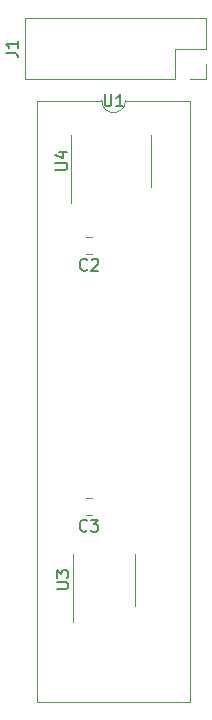
<source format=gbr>
%TF.GenerationSoftware,KiCad,Pcbnew,7.0.7*%
%TF.CreationDate,2025-07-21T04:58:23-04:00*%
%TF.ProjectId,Visual80-3,56697375-616c-4383-902d-332e6b696361,rev?*%
%TF.SameCoordinates,Original*%
%TF.FileFunction,Legend,Top*%
%TF.FilePolarity,Positive*%
%FSLAX46Y46*%
G04 Gerber Fmt 4.6, Leading zero omitted, Abs format (unit mm)*
G04 Created by KiCad (PCBNEW 7.0.7) date 2025-07-21 04:58:23*
%MOMM*%
%LPD*%
G01*
G04 APERTURE LIST*
%ADD10C,0.150000*%
%ADD11C,0.120000*%
G04 APERTURE END LIST*
D10*
X141565333Y-66809580D02*
X141517714Y-66857200D01*
X141517714Y-66857200D02*
X141374857Y-66904819D01*
X141374857Y-66904819D02*
X141279619Y-66904819D01*
X141279619Y-66904819D02*
X141136762Y-66857200D01*
X141136762Y-66857200D02*
X141041524Y-66761961D01*
X141041524Y-66761961D02*
X140993905Y-66666723D01*
X140993905Y-66666723D02*
X140946286Y-66476247D01*
X140946286Y-66476247D02*
X140946286Y-66333390D01*
X140946286Y-66333390D02*
X140993905Y-66142914D01*
X140993905Y-66142914D02*
X141041524Y-66047676D01*
X141041524Y-66047676D02*
X141136762Y-65952438D01*
X141136762Y-65952438D02*
X141279619Y-65904819D01*
X141279619Y-65904819D02*
X141374857Y-65904819D01*
X141374857Y-65904819D02*
X141517714Y-65952438D01*
X141517714Y-65952438D02*
X141565333Y-66000057D01*
X141898667Y-65904819D02*
X142517714Y-65904819D01*
X142517714Y-65904819D02*
X142184381Y-66285771D01*
X142184381Y-66285771D02*
X142327238Y-66285771D01*
X142327238Y-66285771D02*
X142422476Y-66333390D01*
X142422476Y-66333390D02*
X142470095Y-66381009D01*
X142470095Y-66381009D02*
X142517714Y-66476247D01*
X142517714Y-66476247D02*
X142517714Y-66714342D01*
X142517714Y-66714342D02*
X142470095Y-66809580D01*
X142470095Y-66809580D02*
X142422476Y-66857200D01*
X142422476Y-66857200D02*
X142327238Y-66904819D01*
X142327238Y-66904819D02*
X142041524Y-66904819D01*
X142041524Y-66904819D02*
X141946286Y-66857200D01*
X141946286Y-66857200D02*
X141898667Y-66809580D01*
X138892319Y-36261904D02*
X139701842Y-36261904D01*
X139701842Y-36261904D02*
X139797080Y-36214285D01*
X139797080Y-36214285D02*
X139844700Y-36166666D01*
X139844700Y-36166666D02*
X139892319Y-36071428D01*
X139892319Y-36071428D02*
X139892319Y-35880952D01*
X139892319Y-35880952D02*
X139844700Y-35785714D01*
X139844700Y-35785714D02*
X139797080Y-35738095D01*
X139797080Y-35738095D02*
X139701842Y-35690476D01*
X139701842Y-35690476D02*
X138892319Y-35690476D01*
X139225652Y-34785714D02*
X139892319Y-34785714D01*
X138844700Y-35023809D02*
X139558985Y-35261904D01*
X139558985Y-35261904D02*
X139558985Y-34642857D01*
X143060595Y-29879819D02*
X143060595Y-30689342D01*
X143060595Y-30689342D02*
X143108214Y-30784580D01*
X143108214Y-30784580D02*
X143155833Y-30832200D01*
X143155833Y-30832200D02*
X143251071Y-30879819D01*
X143251071Y-30879819D02*
X143441547Y-30879819D01*
X143441547Y-30879819D02*
X143536785Y-30832200D01*
X143536785Y-30832200D02*
X143584404Y-30784580D01*
X143584404Y-30784580D02*
X143632023Y-30689342D01*
X143632023Y-30689342D02*
X143632023Y-29879819D01*
X144632023Y-30879819D02*
X144060595Y-30879819D01*
X144346309Y-30879819D02*
X144346309Y-29879819D01*
X144346309Y-29879819D02*
X144251071Y-30022676D01*
X144251071Y-30022676D02*
X144155833Y-30117914D01*
X144155833Y-30117914D02*
X144060595Y-30165533D01*
X141586833Y-44711580D02*
X141539214Y-44759200D01*
X141539214Y-44759200D02*
X141396357Y-44806819D01*
X141396357Y-44806819D02*
X141301119Y-44806819D01*
X141301119Y-44806819D02*
X141158262Y-44759200D01*
X141158262Y-44759200D02*
X141063024Y-44663961D01*
X141063024Y-44663961D02*
X141015405Y-44568723D01*
X141015405Y-44568723D02*
X140967786Y-44378247D01*
X140967786Y-44378247D02*
X140967786Y-44235390D01*
X140967786Y-44235390D02*
X141015405Y-44044914D01*
X141015405Y-44044914D02*
X141063024Y-43949676D01*
X141063024Y-43949676D02*
X141158262Y-43854438D01*
X141158262Y-43854438D02*
X141301119Y-43806819D01*
X141301119Y-43806819D02*
X141396357Y-43806819D01*
X141396357Y-43806819D02*
X141539214Y-43854438D01*
X141539214Y-43854438D02*
X141586833Y-43902057D01*
X141967786Y-43902057D02*
X142015405Y-43854438D01*
X142015405Y-43854438D02*
X142110643Y-43806819D01*
X142110643Y-43806819D02*
X142348738Y-43806819D01*
X142348738Y-43806819D02*
X142443976Y-43854438D01*
X142443976Y-43854438D02*
X142491595Y-43902057D01*
X142491595Y-43902057D02*
X142539214Y-43997295D01*
X142539214Y-43997295D02*
X142539214Y-44092533D01*
X142539214Y-44092533D02*
X142491595Y-44235390D01*
X142491595Y-44235390D02*
X141920167Y-44806819D01*
X141920167Y-44806819D02*
X142539214Y-44806819D01*
X134709819Y-26368333D02*
X135424104Y-26368333D01*
X135424104Y-26368333D02*
X135566961Y-26415952D01*
X135566961Y-26415952D02*
X135662200Y-26511190D01*
X135662200Y-26511190D02*
X135709819Y-26654047D01*
X135709819Y-26654047D02*
X135709819Y-26749285D01*
X135709819Y-25368333D02*
X135709819Y-25939761D01*
X135709819Y-25654047D02*
X134709819Y-25654047D01*
X134709819Y-25654047D02*
X134852676Y-25749285D01*
X134852676Y-25749285D02*
X134947914Y-25844523D01*
X134947914Y-25844523D02*
X134995533Y-25939761D01*
X139004819Y-71761904D02*
X139814342Y-71761904D01*
X139814342Y-71761904D02*
X139909580Y-71714285D01*
X139909580Y-71714285D02*
X139957200Y-71666666D01*
X139957200Y-71666666D02*
X140004819Y-71571428D01*
X140004819Y-71571428D02*
X140004819Y-71380952D01*
X140004819Y-71380952D02*
X139957200Y-71285714D01*
X139957200Y-71285714D02*
X139909580Y-71238095D01*
X139909580Y-71238095D02*
X139814342Y-71190476D01*
X139814342Y-71190476D02*
X139004819Y-71190476D01*
X139004819Y-70809523D02*
X139004819Y-70190476D01*
X139004819Y-70190476D02*
X139385771Y-70523809D01*
X139385771Y-70523809D02*
X139385771Y-70380952D01*
X139385771Y-70380952D02*
X139433390Y-70285714D01*
X139433390Y-70285714D02*
X139481009Y-70238095D01*
X139481009Y-70238095D02*
X139576247Y-70190476D01*
X139576247Y-70190476D02*
X139814342Y-70190476D01*
X139814342Y-70190476D02*
X139909580Y-70238095D01*
X139909580Y-70238095D02*
X139957200Y-70285714D01*
X139957200Y-70285714D02*
X140004819Y-70380952D01*
X140004819Y-70380952D02*
X140004819Y-70666666D01*
X140004819Y-70666666D02*
X139957200Y-70761904D01*
X139957200Y-70761904D02*
X139909580Y-70809523D01*
D11*
%TO.C,C3*%
X141993252Y-65505000D02*
X141470748Y-65505000D01*
X141993252Y-64035000D02*
X141470748Y-64035000D01*
%TO.C,U4*%
X140252500Y-35500000D02*
X140252500Y-39100000D01*
X140252500Y-35500000D02*
X140252500Y-33300000D01*
X147022500Y-35500000D02*
X147022500Y-37700000D01*
X147022500Y-35500000D02*
X147022500Y-33300000D01*
%TO.C,U1*%
X137362500Y-30425000D02*
X137362500Y-81345000D01*
X137362500Y-81345000D02*
X150282500Y-81345000D01*
X142822500Y-30425000D02*
X137362500Y-30425000D01*
X150282500Y-30425000D02*
X144822500Y-30425000D01*
X150282500Y-81345000D02*
X150282500Y-30425000D01*
X142822500Y-30425000D02*
G75*
G03*
X144822500Y-30425000I1000000J0D01*
G01*
%TO.C,C2*%
X142014752Y-43407000D02*
X141492248Y-43407000D01*
X142014752Y-41937000D02*
X141492248Y-41937000D01*
%TO.C,J1*%
X151655000Y-23420000D02*
X136295000Y-23420000D01*
X151655000Y-23420000D02*
X151655000Y-26020000D01*
X136295000Y-23420000D02*
X136295000Y-28620000D01*
X151655000Y-26020000D02*
X149055000Y-26020000D01*
X149055000Y-26020000D02*
X149055000Y-28620000D01*
X151655000Y-27290000D02*
X151655000Y-28620000D01*
X151655000Y-28620000D02*
X150325000Y-28620000D01*
X149055000Y-28620000D02*
X136295000Y-28620000D01*
%TO.C,U3*%
X140390000Y-71000000D02*
X140390000Y-74600000D01*
X140390000Y-71000000D02*
X140390000Y-68800000D01*
X145610000Y-71000000D02*
X145610000Y-73200000D01*
X145610000Y-71000000D02*
X145610000Y-68800000D01*
%TD*%
M02*

</source>
